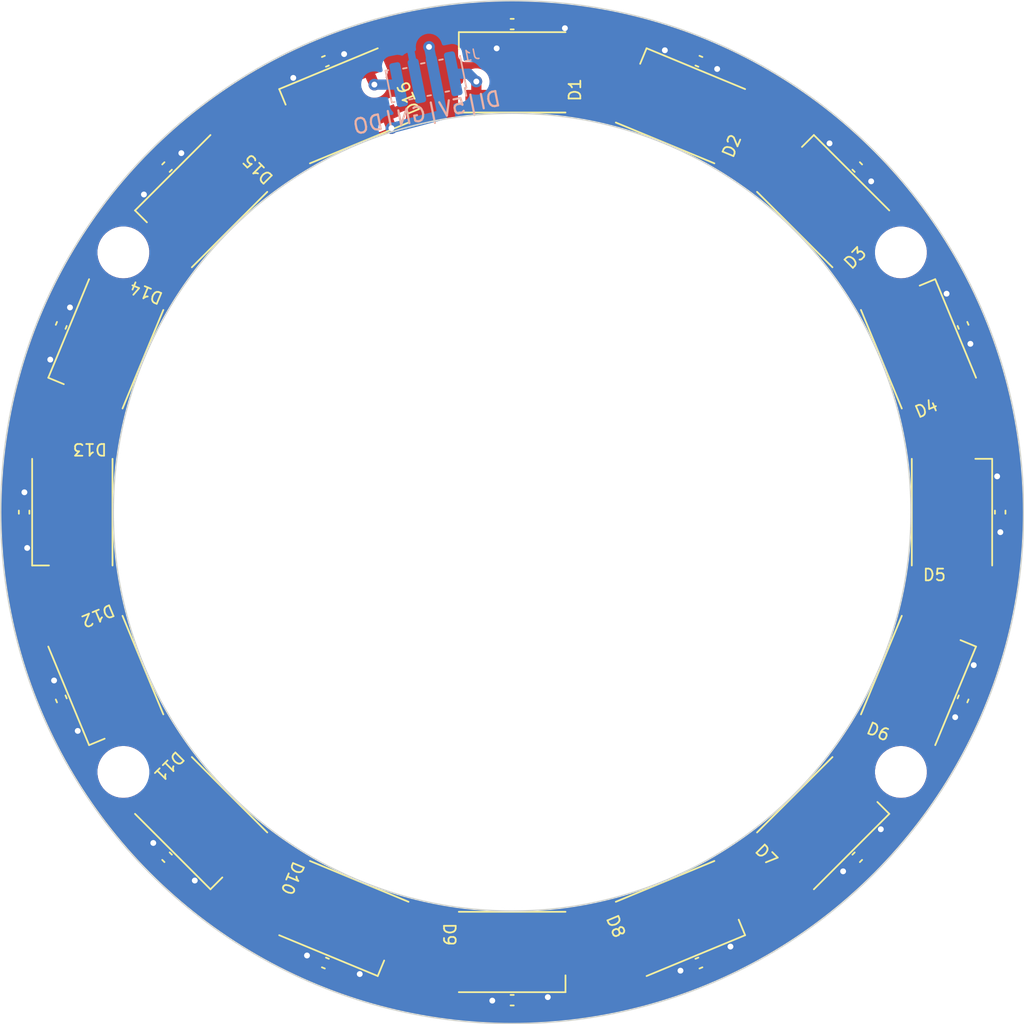
<source format=kicad_pcb>
(kicad_pcb (version 20221018) (generator pcbnew)
  (layers (0 "F.Cu" signal) (31 "B.Cu" signal) (34 "B.Paste" user) (35 "F.Paste" user) (36 "B.SilkS" user "B.Silkscreen") (37 "F.SilkS" user "F.Silkscreen") (38 "B.Mask" user) (39 "F.Mask" user) (44 "Edge.Cuts" user))
  (net 0 "")
  (net 1 "/VCC")
  (net 2 "Net-(D1-DOUT)")
  (net 3 "/GND")
  (net 4 "/DIN")
  (net 5 "Net-(D2-DOUT)")
  (net 6 "Net-(D3-DOUT)")
  (net 7 "Net-(D4-DOUT)")
  (net 8 "Net-(D5-DOUT)")
  (net 9 "Net-(D6-DOUT)")
  (net 10 "Net-(D7-DOUT)")
  (net 11 "Net-(D8-DOUT)")
  (net 12 "Net-(D10-DIN)")
  (net 13 "Net-(D10-DOUT)")
  (net 14 "Net-(D11-DOUT)")
  (net 15 "Net-(D12-DOUT)")
  (net 16 "Net-(D13-DOUT)")
  (net 17 "Net-(D14-DOUT)")
  (net 18 "Net-(D15-DOUT)")
  (net 19 "/DOUT")
  (footprint "LED_ring_16:LED_WS2812B_PLCC4_5.0x5.0mm_P3.2mm" (layer "F.Cu") (at 100 130.1)
    (fp_text reference "D9" (at -4.3 -1.2 -90 unlocked) (layer "F.SilkS") (effects (font (size 0.8 0.8) (thickness 0.12))))
    (fp_text value "WS2812B")
    (fp_line (start -3.65 -2.75) (end 3.65 -2.75) (stroke (width 0.12)) (layer "F.SilkS"))
    (fp_line (start -3.65 2.75) (end 3.65 2.75) (stroke (width 0.12)) (layer "F.SilkS"))
    (fp_line (start 3.65 2.75) (end 3.65 1.6) (stroke (width 0.12)) (layer "F.SilkS"))
    (pad "1" smd rect (at -2.45 -1.65) (size 1.5 0.9) (layers "F.Cu" "F.Paste" "F.Mask") (net 1 "/VCC"))
    (pad "2" smd rect (at -2.45 1.65) (size 1.5 0.9) (layers "F.Cu" "F.Paste" "F.Mask") (net 12 "Net-(D10-DIN)"))
    (pad "3" smd rect (at 2.45 1.65) (size 1.5 0.9) (layers "F.Cu" "F.Paste" "F.Mask") (net 3 "/GND"))
    (pad "4" smd rect (at 2.45 -1.65) (size 1.5 0.9) (layers "F.Cu" "F.Paste" "F.Mask") (net 11 "Net-(D8-DOUT)"))
  )
  (footprint "LED_ring_16:MountingHole_3mm" (layer "F.Cu") (at 73.392972 82.221752 56.25)
    (fp_text reference "H4" hide)
    (fp_text value "MountingHole")
    (pad "" np_thru_hole circle (at 0 0 56.25) (size 3.05 3.05) (drill 3.05) (layers "F&B.Cu" "*.Mask"))
  )
  (footprint "LED_ring_16:LED_WS2812B_PLCC4_5.0x5.0mm_P3.2mm" (layer "F.Cu") (at 121.283914 121.283914 45)
    (fp_text reference "D7" (at -4.3 -1.2 -45 unlocked) (layer "F.SilkS") (effects (font (size 0.8 0.8) (thickness 0.12))))
    (fp_text value "WS2812B")
    (fp_line (start -3.65 -2.75) (end 3.65 -2.75) (stroke (width 0.12)) (layer "F.SilkS"))
    (fp_line (start -3.65 2.75) (end 3.65 2.75) (stroke (width 0.12)) (layer "F.SilkS"))
    (fp_line (start 3.65 2.75) (end 3.65 1.6) (stroke (width 0.12)) (layer "F.SilkS"))
    (pad "1" smd rect (at -2.45 -1.65 45) (size 1.5 0.9) (layers "F.Cu" "F.Paste" "F.Mask") (net 1 "/VCC"))
    (pad "2" smd rect (at -2.45 1.65 45) (size 1.5 0.9) (layers "F.Cu" "F.Paste" "F.Mask") (net 10 "Net-(D7-DOUT)"))
    (pad "3" smd rect (at 2.45 1.65 45) (size 1.5 0.9) (layers "F.Cu" "F.Paste" "F.Mask") (net 3 "/GND"))
    (pad "4" smd rect (at 2.45 -1.65 45) (size 1.5 0.9) (layers "F.Cu" "F.Paste" "F.Mask") (net 9 "Net-(D6-DOUT)"))
  )
  (footprint "LED_ring_16:C_0402_1005Metric" (layer "F.Cu") (at 123.617366 123.617366 -135)
    (fp_text reference "C7" hide)
    (fp_text value "100nF")
    (fp_line (start -0.107836 -0.36) (end 0.107836 -0.36) (stroke (width 0.12)) (layer "F.SilkS"))
    (fp_line (start -0.107836 0.36) (end 0.107836 0.36) (stroke (width 0.12)) (layer "F.SilkS"))
    (pad "1" smd roundrect (at -0.48 0 225) (size 0.56 0.62) (layers "F.Cu" "F.Paste" "F.Mask") (net 1 "/VCC"))
    (pad "2" smd roundrect (at 0.48 0 225) (size 0.56 0.62) (layers "F.Cu" "F.Paste" "F.Mask") (net 3 "/GND"))
  )
  (footprint "LED_ring_16:LED_WS2812B_PLCC4_5.0x5.0mm_P3.2mm" (layer "F.Cu") (at 130.1 100 90)
    (fp_text reference "D5" (at -4.3 -1.2 unlocked) (layer "F.SilkS") (effects (font (size 0.8 0.8) (thickness 0.12))))
    (fp_text value "WS2812B")
    (fp_line (start -3.65 -2.75) (end 3.65 -2.75) (stroke (width 0.12)) (layer "F.SilkS"))
    (fp_line (start -3.65 2.75) (end 3.65 2.75) (stroke (width 0.12)) (layer "F.SilkS"))
    (fp_line (start 3.65 2.75) (end 3.65 1.6) (stroke (width 0.12)) (layer "F.SilkS"))
    (pad "1" smd rect (at -2.45 -1.65 90) (size 1.5 0.9) (layers "F.Cu" "F.Paste" "F.Mask") (net 1 "/VCC"))
    (pad "2" smd rect (at -2.45 1.65 90) (size 1.5 0.9) (layers "F.Cu" "F.Paste" "F.Mask") (net 8 "Net-(D5-DOUT)"))
    (pad "3" smd rect (at 2.45 1.65 90) (size 1.5 0.9) (layers "F.Cu" "F.Paste" "F.Mask") (net 3 "/GND"))
    (pad "4" smd rect (at 2.45 -1.65 90) (size 1.5 0.9) (layers "F.Cu" "F.Paste" "F.Mask") (net 7 "Net-(D4-DOUT)"))
  )
  (footprint "LED_ring_16:C_0402_1005Metric" (layer "F.Cu") (at 76.382633 123.617366 135)
    (fp_text reference "C11" hide)
    (fp_text value "100nF")
    (fp_line (start -0.107836 -0.36) (end 0.107836 -0.36) (stroke (width 0.12)) (layer "F.SilkS"))
    (fp_line (start -0.107836 0.36) (end 0.107836 0.36) (stroke (width 0.12)) (layer "F.SilkS"))
    (pad "1" smd roundrect (at -0.48 0 135) (size 0.56 0.62) (layers "F.Cu" "F.Paste" "F.Mask") (net 1 "/VCC"))
    (pad "2" smd roundrect (at 0.48 0 135) (size 0.56 0.62) (layers "F.Cu" "F.Paste" "F.Mask") (net 3 "/GND"))
  )
  (footprint "LED_ring_16:C_0402_1005Metric" (layer "F.Cu") (at 87.218373 69.142423 22.5)
    (fp_text reference "C16" hide)
    (fp_text value "100nF")
    (fp_line (start -0.107836 -0.36) (end 0.107836 -0.36) (stroke (width 0.12)) (layer "F.SilkS"))
    (fp_line (start -0.107836 0.36) (end 0.107836 0.36) (stroke (width 0.12)) (layer "F.SilkS"))
    (pad "1" smd roundrect (at -0.48 0 22.5) (size 0.56 0.62) (layers "F.Cu" "F.Paste" "F.Mask") (net 1 "/VCC"))
    (pad "2" smd roundrect (at 0.48 0 22.5) (size 0.56 0.62) (layers "F.Cu" "F.Paste" "F.Mask") (net 3 "/GND"))
  )
  (footprint "LED_ring_16:LED_WS2812B_PLCC4_5.0x5.0mm_P3.2mm" (layer "F.Cu") (at 111.518771 72.191226 157.5)
    (fp_text reference "D2" (at -4.3 -1.2 67.5 unlocked) (layer "F.SilkS") (effects (font (size 0.8 0.8) (thickness 0.12))))
    (fp_text value "WS2812B")
    (fp_line (start -3.65 -2.75) (end 3.65 -2.75) (stroke (width 0.12)) (layer "F.SilkS"))
    (fp_line (start -3.65 2.75) (end 3.65 2.75) (stroke (width 0.12)) (layer "F.SilkS"))
    (fp_line (start 3.65 2.75) (end 3.65 1.6) (stroke (width 0.12)) (layer "F.SilkS"))
    (pad "1" smd rect (at -2.45 -1.65 157.5) (size 1.5 0.9) (layers "F.Cu" "F.Paste" "F.Mask") (net 1 "/VCC"))
    (pad "2" smd rect (at -2.45 1.65 157.5) (size 1.5 0.9) (layers "F.Cu" "F.Paste" "F.Mask") (net 5 "Net-(D2-DOUT)"))
    (pad "3" smd rect (at 2.45 1.65 157.5) (size 1.5 0.9) (layers "F.Cu" "F.Paste" "F.Mask") (net 3 "/GND"))
    (pad "4" smd rect (at 2.45 -1.65 157.5) (size 1.5 0.9) (layers "F.Cu" "F.Paste" "F.Mask") (net 2 "Net-(D1-DOUT)"))
  )
  (footprint "LED_ring_16:LED_WS2812B_PLCC4_5.0x5.0mm_P3.2mm" (layer "F.Cu") (at 127.808773 88.481228 112.5)
    (fp_text reference "D4" (at -4.3 -1.2 22.5 unlocked) (layer "F.SilkS") (effects (font (size 0.8 0.8) (thickness 0.12))))
    (fp_text value "WS2812B")
    (fp_line (start -3.65 -2.75) (end 3.65 -2.75) (stroke (width 0.12)) (layer "F.SilkS"))
    (fp_line (start -3.65 2.75) (end 3.65 2.75) (stroke (width 0.12)) (layer "F.SilkS"))
    (fp_line (start 3.65 2.75) (end 3.65 1.6) (stroke (width 0.12)) (layer "F.SilkS"))
    (pad "1" smd rect (at -2.45 -1.65 112.5) (size 1.5 0.9) (layers "F.Cu" "F.Paste" "F.Mask") (net 1 "/VCC"))
    (pad "2" smd rect (at -2.45 1.65 112.5) (size 1.5 0.9) (layers "F.Cu" "F.Paste" "F.Mask") (net 7 "Net-(D4-DOUT)"))
    (pad "3" smd rect (at 2.45 1.65 112.5) (size 1.5 0.9) (layers "F.Cu" "F.Paste" "F.Mask") (net 3 "/GND"))
    (pad "4" smd rect (at 2.45 -1.65 112.5) (size 1.5 0.9) (layers "F.Cu" "F.Paste" "F.Mask") (net 6 "Net-(D3-DOUT)"))
  )
  (footprint "LED_ring_16:C_0402_1005Metric" (layer "F.Cu") (at 123.617366 76.382633 -45)
    (fp_text reference "C3" hide)
    (fp_text value "100nF")
    (fp_line (start -0.107836 -0.36) (end 0.107836 -0.36) (stroke (width 0.12)) (layer "F.SilkS"))
    (fp_line (start -0.107836 0.36) (end 0.107836 0.36) (stroke (width 0.12)) (layer "F.SilkS"))
    (pad "1" smd roundrect (at -0.48 0 315) (size 0.56 0.62) (layers "F.Cu" "F.Paste" "F.Mask") (net 1 "/VCC"))
    (pad "2" smd roundrect (at 0.48 0 315) (size 0.56 0.62) (layers "F.Cu" "F.Paste" "F.Mask") (net 3 "/GND"))
  )
  (footprint "LED_ring_16:LED_WS2812B_PLCC4_5.0x5.0mm_P3.2mm" (layer "F.Cu") (at 121.283914 78.716085 135)
    (fp_text reference "D3" (at -4.3 -1.2 45 unlocked) (layer "F.SilkS") (effects (font (size 0.8 0.8) (thickness 0.12))))
    (fp_text value "WS2812B")
    (fp_line (start -3.65 -2.75) (end 3.65 -2.75) (stroke (width 0.12)) (layer "F.SilkS"))
    (fp_line (start -3.65 2.75) (end 3.65 2.75) (stroke (width 0.12)) (layer "F.SilkS"))
    (fp_line (start 3.65 2.75) (end 3.65 1.6) (stroke (width 0.12)) (layer "F.SilkS"))
    (pad "1" smd rect (at -2.45 -1.65 135) (size 1.5 0.9) (layers "F.Cu" "F.Paste" "F.Mask") (net 1 "/VCC"))
    (pad "2" smd rect (at -2.45 1.65 135) (size 1.5 0.9) (layers "F.Cu" "F.Paste" "F.Mask") (net 6 "Net-(D3-DOUT)"))
    (pad "3" smd rect (at 2.45 1.65 135) (size 1.5 0.9) (layers "F.Cu" "F.Paste" "F.Mask") (net 3 "/GND"))
    (pad "4" smd rect (at 2.45 -1.65 135) (size 1.5 0.9) (layers "F.Cu" "F.Paste" "F.Mask") (net 5 "Net-(D2-DOUT)"))
  )
  (footprint "LED_ring_16:LED_WS2812B_PLCC4_5.0x5.0mm_P3.2mm" (layer "F.Cu") (at 100 69.9 180)
    (fp_text reference "D1" (at -4.3 -1.2 90 unlocked) (layer "F.SilkS") (effects (font (size 0.8 0.8) (thickness 0.12))))
    (fp_text value "WS2812B")
    (fp_line (start -3.65 -2.75) (end 3.65 -2.75) (stroke (width 0.12)) (layer "F.SilkS"))
    (fp_line (start -3.65 2.75) (end 3.65 2.75) (stroke (width 0.12)) (layer "F.SilkS"))
    (fp_line (start 3.65 2.75) (end 3.65 1.6) (stroke (width 0.12)) (layer "F.SilkS"))
    (pad "1" smd rect (at -2.45 -1.65 180) (size 1.5 0.9) (layers "F.Cu" "F.Paste" "F.Mask") (net 1 "/VCC"))
    (pad "2" smd rect (at -2.45 1.65 180) (size 1.5 0.9) (layers "F.Cu" "F.Paste" "F.Mask") (net 2 "Net-(D1-DOUT)"))
    (pad "3" smd rect (at 2.45 1.65 180) (size 1.5 0.9) (layers "F.Cu" "F.Paste" "F.Mask") (net 3 "/GND"))
    (pad "4" smd rect (at 2.45 -1.65 180) (size 1.5 0.9) (layers "F.Cu" "F.Paste" "F.Mask") (net 4 "/DIN"))
  )
  (footprint "LED_ring_16:LED_WS2812B_PLCC4_5.0x5.0mm_P3.2mm" (layer "F.Cu") (at 127.808773 111.518771 67.5)
    (fp_text reference "D6" (at -4.3 -1.2 -22.5 unlocked) (layer "F.SilkS") (effects (font (size 0.8 0.8) (thickness 0.12))))
    (fp_text value "WS2812B")
    (fp_line (start -3.65 -2.75) (end 3.65 -2.75) (stroke (width 0.12)) (layer "F.SilkS"))
    (fp_line (start -3.65 2.75) (end 3.65 2.75) (stroke (width 0.12)) (layer "F.SilkS"))
    (fp_line (start 3.65 2.75) (end 3.65 1.6) (stroke (width 0.12)) (layer "F.SilkS"))
    (pad "1" smd rect (at -2.45 -1.65 67.5) (size 1.5 0.9) (layers "F.Cu" "F.Paste" "F.Mask") (net 1 "/VCC"))
    (pad "2" smd rect (at -2.45 1.65 67.5) (size 1.5 0.9) (layers "F.Cu" "F.Paste" "F.Mask") (net 9 "Net-(D6-DOUT)"))
    (pad "3" smd rect (at 2.45 1.65 67.5) (size 1.5 0.9) (layers "F.Cu" "F.Paste" "F.Mask") (net 3 "/GND"))
    (pad "4" smd rect (at 2.45 -1.65 67.5) (size 1.5 0.9) (layers "F.Cu" "F.Paste" "F.Mask") (net 8 "Net-(D5-DOUT)"))
  )
  (footprint "LED_ring_16:C_0402_1005Metric" (layer "F.Cu") (at 100 133.4 180)
    (fp_text reference "C9" hide)
    (fp_text value "100nF")
    (fp_line (start -0.107836 -0.36) (end 0.107836 -0.36) (stroke (width 0.12)) (layer "F.SilkS"))
    (fp_line (start -0.107836 0.36) (end 0.107836 0.36) (stroke (width 0.12)) (layer "F.SilkS"))
    (pad "1" smd roundrect (at -0.48 0 180) (size 0.56 0.62) (layers "F.Cu" "F.Paste" "F.Mask") (net 1 "/VCC"))
    (pad "2" smd roundrect (at 0.48 0 180) (size 0.56 0.62) (layers "F.Cu" "F.Paste" "F.Mask") (net 3 "/GND"))
  )
  (footprint "LED_ring_16:MountingHole_3mm" (layer "F.Cu") (at 73.392971 117.778247 123.75)
    (fp_text reference "H3" hide)
    (fp_text value "MountingHole")
    (pad "" np_thru_hole circle (at 0 0 123.75) (size 3.05 3.05) (drill 3.05) (layers "F&B.Cu" "*.Mask"))
  )
  (footprint "LED_ring_16:LED_WS2812B_PLCC4_5.0x5.0mm_P3.2mm" (layer "F.Cu") (at 88.481228 127.808773 -22.5)
    (fp_text reference "D10" (at -4.3 -1.2 -112.5 unlocked) (layer "F.SilkS") (effects (font (size 0.8 0.8) (thickness 0.12))))
    (fp_text value "WS2812B")
    (fp_line (start -3.65 -2.75) (end 3.65 -2.75) (stroke (width 0.12)) (layer "F.SilkS"))
    (fp_line (start -3.65 2.75) (end 3.65 2.75) (stroke (width 0.12)) (layer "F.SilkS"))
    (fp_line (start 3.65 2.75) (end 3.65 1.6) (stroke (width 0.12)) (layer "F.SilkS"))
    (pad "1" smd rect (at -2.45 -1.65 337.5) (size 1.5 0.9) (layers "F.Cu" "F.Paste" "F.Mask") (net 1 "/VCC"))
    (pad "2" smd rect (at -2.45 1.65 337.5) (size 1.5 0.9) (layers "F.Cu" "F.Paste" "F.Mask") (net 13 "Net-(D10-DOUT)"))
    (pad "3" smd rect (at 2.45 1.65 337.5) (size 1.5 0.9) (layers "F.Cu" "F.Paste" "F.Mask") (net 3 "/GND"))
    (pad "4" smd rect (at 2.45 -1.65 337.5) (size 1.5 0.9) (layers "F.Cu" "F.Paste" "F.Mask") (net 12 "Net-(D10-DIN)"))
  )
  (footprint "LED_ring_16:C_0402_1005Metric" (layer "F.Cu") (at 66.6 100 90)
    (fp_text reference "C13" hide)
    (fp_text value "100nF")
    (fp_line (start -0.107836 -0.36) (end 0.107836 -0.36) (stroke (width 0.12)) (layer "F.SilkS"))
    (fp_line (start -0.107836 0.36) (end 0.107836 0.36) (stroke (width 0.12)) (layer "F.SilkS"))
    (pad "1" smd roundrect (at -0.48 0 90) (size 0.56 0.62) (layers "F.Cu" "F.Paste" "F.Mask") (net 1 "/VCC"))
    (pad "2" smd roundrect (at 0.48 0 90) (size 0.56 0.62) (layers "F.Cu" "F.Paste" "F.Mask") (net 3 "/GND"))
  )
  (footprint "LED_ring_16:LED_WS2812B_PLCC4_5.0x5.0mm_P3.2mm" (layer "F.Cu") (at 78.716085 78.716085 -135)
    (fp_text reference "D15" (at -4.3 -1.2 -225 unlocked) (layer "F.SilkS") (effects (font (size 0.8 0.8) (thickness 0.12))))
    (fp_text value "WS2812B")
    (fp_line (start -3.65 -2.75) (end 3.65 -2.75) (stroke (width 0.12)) (layer "F.SilkS"))
    (fp_line (start -3.65 2.75) (end 3.65 2.75) (stroke (width 0.12)) (layer "F.SilkS"))
    (fp_line (start 3.65 2.75) (end 3.65 1.6) (stroke (width 0.12)) (layer "F.SilkS"))
    (pad "1" smd rect (at -2.45 -1.65 225) (size 1.5 0.9) (layers "F.Cu" "F.Paste" "F.Mask") (net 1 "/VCC"))
    (pad "2" smd rect (at -2.45 1.65 225) (size 1.5 0.9) (layers "F.Cu" "F.Paste" "F.Mask") (net 18 "Net-(D15-DOUT)"))
    (pad "3" smd rect (at 2.45 1.65 225) (size 1.5 0.9) (layers "F.Cu" "F.Paste" "F.Mask") (net 3 "/GND"))
    (pad "4" smd rect (at 2.45 -1.65 225) (size 1.5 0.9) (layers "F.Cu" "F.Paste" "F.Mask") (net 17 "Net-(D14-DOUT)"))
  )
  (footprint "LED_ring_16:C_0402_1005Metric" (layer "F.Cu") (at 133.4 100 -90)
    (fp_text reference "C5" hide)
    (fp_text value "100nF")
    (fp_line (start -0.107836 -0.36) (end 0.107836 -0.36) (stroke (width 0.12)) (layer "F.SilkS"))
    (fp_line (start -0.107836 0.36) (end 0.107836 0.36) (stroke (width 0.12)) (layer "F.SilkS"))
    (pad "1" smd roundrect (at -0.48 0 270) (size 0.56 0.62) (layers "F.Cu" "F.Paste" "F.Mask") (net 1 "/VCC"))
    (pad "2" smd roundrect (at 0.48 0 270) (size 0.56 0.62) (layers "F.Cu" "F.Paste" "F.Mask") (net 3 "/GND"))
  )
  (footprint "LED_ring_16:C_0402_1005Metric" (layer "F.Cu") (at 76.382633 76.382633 45)
    (fp_text reference "C15" hide)
    (fp_text value "100nF")
    (fp_line (start -0.107836 -0.36) (end 0.107836 -0.36) (stroke (width 0.12)) (layer "F.SilkS"))
    (fp_line (start -0.107836 0.36) (end 0.107836 0.36) (stroke (width 0.12)) (layer "F.SilkS"))
    (pad "1" smd roundrect (at -0.48 0 45) (size 0.56 0.62) (layers "F.Cu" "F.Paste" "F.Mask") (net 1 "/VCC"))
    (pad "2" smd roundrect (at 0.48 0 45) (size 0.56 0.62) (layers "F.Cu" "F.Paste" "F.Mask") (net 3 "/GND"))
  )
  (footprint "LED_ring_16:LED_WS2812B_PLCC4_5.0x5.0mm_P3.2mm" (layer "F.Cu") (at 72.191226 111.518771 -67.5)
    (fp_text reference "D12" (at -4.3 -1.2 -157.5 unlocked) (layer "F.SilkS") (effects (font (size 0.8 0.8) (thickness 0.12))))
    (fp_text value "WS2812B")
    (fp_line (start -3.65 -2.75) (end 3.65 -2.75) (stroke (width 0.12)) (layer "F.SilkS"))
    (fp_line (start -3.65 2.75) (end 3.65 2.75) (stroke (width 0.12)) (layer "F.SilkS"))
    (fp_line (start 3.65 2.75) (end 3.65 1.6) (stroke (width 0.12)) (layer "F.SilkS"))
    (pad "1" smd rect (at -2.45 -1.65 292.5) (size 1.5 0.9) (layers "F.Cu" "F.Paste" "F.Mask") (net 1 "/VCC"))
    (pad "2" smd rect (at -2.45 1.65 292.5) (size 1.5 0.9) (layers "F.Cu" "F.Paste" "F.Mask") (net 15 "Net-(D12-DOUT)"))
    (pad "3" smd rect (at 2.45 1.65 292.5) (size 1.5 0.9) (layers "F.Cu" "F.Paste" "F.Mask") (net 3 "/GND"))
    (pad "4" smd rect (at 2.45 -1.65 292.5) (size 1.5 0.9) (layers "F.Cu" "F.Paste" "F.Mask") (net 14 "Net-(D11-DOUT)"))
  )
  (footprint "LED_ring_16:LED_WS2812B_PLCC4_5.0x5.0mm_P3.2mm" (layer "F.Cu") (at 88.481228 72.191226 -157.5)
    (fp_text reference "D16" (at -4.3 -1.2 -247.5 unlocked) (layer "F.SilkS") (effects (font (size 0.8 0.8) (thickness 0.12))))
    (fp_text value "WS2812B")
    (fp_line (start -3.65 -2.75) (end 3.65 -2.75) (stroke (width 0.12)) (layer "F.SilkS"))
    (fp_line (start -3.65 2.75) (end 3.65 2.75) (stroke (width 0.12)) (layer "F.SilkS"))
    (fp_line (start 3.65 2.75) (end 3.65 1.6) (stroke (width 0.12)) (layer "F.SilkS"))
    (pad "1" smd rect (at -2.45 -1.65 202.5) (size 1.5 0.9) (layers "F.Cu" "F.Paste" "F.Mask") (net 1 "/VCC"))
    (pad "2" smd rect (at -2.45 1.65 202.5) (size 1.5 0.9) (layers "F.Cu" "F.Paste" "F.Mask") (net 19 "/DOUT"))
    (pad "3" smd rect (at 2.45 1.65 202.5) (size 1.5 0.9) (layers "F.Cu" "F.Paste" "F.Mask") (net 3 "/GND"))
    (pad "4" smd rect (at 2.45 -1.65 202.5) (size 1.5 0.9) (layers "F.Cu" "F.Paste" "F.Mask") (net 18 "Net-(D15-DOUT)"))
  )
  (footprint "LED_ring_16:C_0402_1005Metric" (layer "F.Cu") (at 130.857576 112.781626 -112.5)
    (fp_text reference "C6" hide)
    (fp_text value "100nF")
    (fp_line (start -0.107836 -0.36) (end 0.107836 -0.36) (stroke (width 0.12)) (layer "F.SilkS"))
    (fp_line (start -0.107836 0.36) (end 0.107836 0.36) (stroke (width 0.12)) (layer "F.SilkS"))
    (pad "1" smd roundrect (at -0.48 0 247.5) (size 0.56 0.62) (layers "F.Cu" "F.Paste" "F.Mask") (net 1 "/VCC"))
    (pad "2" smd roundrect (at 0.48 0 247.5) (size 0.56 0.62) (layers "F.Cu" "F.Paste" "F.Mask") (net 3 "/GND"))
  )
  (footprint "LED_ring_16:C_0402_1005Metric" (layer "F.Cu") (at 69.142423 87.218373 67.5)
    (fp_text reference "C14" hide)
    (fp_text value "100nF")
    (fp_line (start -0.107836 -0.36) (end 0.107836 -0.36) (stroke (width 0.12)) (layer "F.SilkS"))
    (fp_line (start -0.107836 0.36) (end 0.107836 0.36) (stroke (width 0.12)) (layer "F.SilkS"))
    (pad "1" smd roundrect (at -0.48 0 67.5) (size 0.56 0.62) (layers "F.Cu" "F.Paste" "F.Mask") (net 1 "/VCC"))
    (pad "2" smd roundrect (at 0.48 0 67.5) (size 0.56 0.62) (layers "F.Cu" "F.Paste" "F.Mask") (net 3 "/GND"))
  )
  (footprint "LED_ring_16:C_0402_1005Metric" (layer "F.Cu") (at 130.857576 87.218373 -67.5)
    (fp_text reference "C4" hide)
    (fp_text value "100nF")
    (fp_line (start -0.107836 -0.36) (end 0.107836 -0.36) (stroke (width 0.12)) (layer "F.SilkS"))
    (fp_line (start -0.107836 0.36) (end 0.107836 0.36) (stroke (width 0.12)) (layer "F.SilkS"))
    (pad "1" smd roundrect (at -0.48 0 292.5) (size 0.56 0.62) (layers "F.Cu" "F.Paste" "F.Mask") (net 1 "/VCC"))
    (pad "2" smd roundrect (at 0.48 0 292.5) (size 0.56 0.62) (layers "F.Cu" "F.Paste" "F.Mask") (net 3 "/GND"))
  )
  (footprint "LED_ring_16:LED_WS2812B_PLCC4_5.0x5.0mm_P3.2mm" (layer "F.Cu") (at 111.518771 127.808773 22.5)
    (fp_text reference "D8" (at -4.3 -1.2 -67.5 unlocked) (layer "F.SilkS") (effects (font (size 0.8 0.8) (thickness 0.12))))
    (fp_text value "WS2812B")
    (fp_line (start -3.65 -2.75) (end 3.65 -2.75) (stroke (width 0.12)) (layer "F.SilkS"))
    (fp_line (start -3.65 2.75) (end 3.65 2.75) (stroke (width 0.12)) (layer "F.SilkS"))
    (fp_line (start 3.65 2.75) (end 3.65 1.6) (stroke (width 0.12)) (layer "F.SilkS"))
    (pad "1" smd rect (at -2.45 -1.65 22.5) (size 1.5 0.9) (layers "F.Cu" "F.Paste" "F.Mask") (net 1 "/VCC"))
    (pad "2" smd rect (at -2.45 1.65 22.5) (size 1.5 0.9) (layers "F.Cu" "F.Paste" "F.Mask") (net 11 "Net-(D8-DOUT)"))
    (pad "3" smd rect (at 2.45 1.65 22.5) (size 1.5 0.9) (layers "F.Cu" "F.Paste" "F.Mask") (net 3 "/GND"))
    (pad "4" smd rect (at 2.45 -1.65 22.5) (size 1.5 0.9) (layers "F.Cu" "F.Paste" "F.Mask") (net 10 "Net-(D7-DOUT)"))
  )
  (footprint "LED_ring_16:MountingHole_3mm" (layer "F.Cu") (at 126.607029 82.221753 -56.25)
    (fp_text reference "H1" hide)
    (fp_text value "MountingHole")
    (pad "" np_thru_hole circle (at 0 0 303.75) (size 3.05 3.05) (drill 3.05) (layers "F&B.Cu" "*.Mask"))
  )
  (footprint "LED_ring_16:MountingHole_3mm" (layer "F.Cu") (at 126.607028 117.778248 -123.75)
    (fp_text reference "H2" hide)
    (fp_text value "MountingHole")
    (pad "" np_thru_hole circle (at 0 0 236.25) (size 3.05 3.05) (drill 3.05) (layers "F&B.Cu" "*.Mask"))
  )
  (footprint "LED_ring_16:LED_WS2812B_PLCC4_5.0x5.0mm_P3.2mm" (layer "F.Cu") (at 78.716085 121.283914 -45)
    (fp_text reference "D11" (at -4.3 -1.2 -135 unlocked) (layer "F.SilkS") (effects (font (size 0.8 0.8) (thickness 0.12))))
    (fp_text value "WS2812B")
    (fp_line (start -3.65 -2.75) (end 3.65 -2.75) (stroke (width 0.12)) (layer "F.SilkS"))
    (fp_line (start -3.65 2.75) (end 3.65 2.75) (stroke (width 0.12)) (layer "F.SilkS"))
    (fp_line (start 3.65 2.75) (end 3.65 1.6) (stroke (width 0.12)) (layer "F.SilkS"))
    (pad "1" smd rect (at -2.45 -1.65 315) (size 1.5 0.9) (layers "F.Cu" "F.Paste" "F.Mask") (net 1 "/VCC"))
    (pad "2" smd rect (at -2.45 1.65 315) (size 1.5 0.9) (layers "F.Cu" "F.Paste" "F.Mask") (net 14 "Net-(D11-DOUT)"))
    (pad "3" smd rect (at 2.45 1.65 315) (size 1.5 0.9) (layers "F.Cu" "F.Paste" "F.Mask") (net 3 "/GND"))
    (pad "4" smd rect (at 2.45 -1.65 315) (size 1.5 0.9) (layers "F.Cu" "F.Paste" "F.Mask") (net 13 "Net-(D10-DOUT)"))
  )
  (footprint "LED_ring_16:C_0402_1005Metric" (layer "F.Cu") (at 112.781626 69.142423 -22.5)
    (fp_text reference "C2" hide)
    (fp_text value "100nF")
    (fp_line (start -0.107836 -0.36) (end 0.107836 -0.36) (stroke (width 0.12)) (layer "F.SilkS"))
    (fp_line (start -0.107836 0.36) (end 0.107836 0.36) (stroke (width 0.12)) (layer "F.SilkS"))
    (pad "1" smd roundrect (at -0.48 0 337.5) (size 0.56 0.62) (layers "F.Cu" "F.Paste" "F.Mask") (net 1 "/VCC"))
    (pad "2" smd roundrect (at 0.48 0 337.5) (size 0.56 0.62) (layers "F.Cu" "F.Paste" "F.Mask") (net 3 "/GND"))
  )
  (footprint "LED_ring_16:LED_WS2812B_PLCC4_5.0x5.0mm_P3.2mm" (layer "F.Cu") (at 72.191226 88.481228 -112.5)
    (fp_text reference "D14" (at -4.3 -1.2 -202.5 unlocked) (layer "F.SilkS") (effects (font (size 0.8 0.8) (thickness 0.12))))
    (fp_text value "WS2812B")
    (fp_line (start -3.65 -2.75) (end 3.65 -2.75) (stroke (width 0.12)) (layer "F.SilkS"))
    (fp_line (start -3.65 2.75) (end 3.65 2.75) (stroke (width 0.12)) (layer "F.SilkS"))
    (fp_line (start 3.65 2.75) (end 3.65 1.6) (stroke (width 0.12)) (layer "F.SilkS"))
    (pad "1" smd rect (at -2.45 -1.65 247.5) (size 1.5 0.9) (layers "F.Cu" "F.Paste" "F.Mask") (net 1 "/VCC"))
    (pad "2" smd rect (at -2.45 1.65 247.5) (size 1.5 0.9) (layers "F.Cu" "F.Paste" "F.Mask") (net 17 "Net-(D14-DOUT)"))
    (pad "3" smd rect (at 2.45 1.65 247.5) (size 1.5 0.9) (layers "F.Cu" "F.Paste" "F.Mask") (net 3 "/GND"))
    (pad "4" smd rect (at 2.45 -1.65 247.5) (size 1.5 0.9) (layers "F.Cu" "F.Paste" "F.Mask") (net 16 "Net-(D13-DOUT)"))
  )
  (footprint "LED_ring_16:LED_WS2812B_PLCC4_5.0x5.0mm_P3.2mm" (layer "F.Cu") (at 69.9 100 -90)
    (fp_text reference "D13" (at -4.3 -1.2 -180 unlocked) (layer "F.SilkS") (effects (font (size 0.8 0.8) (thickness 0.12))))
    (fp_text value "WS2812B")
    (fp_line (start -3.65 -2.75) (end 3.65 -2.75) (stroke (width 0.12)) (layer "F.SilkS"))
    (fp_line (start -3.65 2.75) (end 3.65 2.75) (stroke (width 0.12)) (layer "F.SilkS"))
    (fp_line (start 3.65 2.75) (end 3.65 1.6) (stroke (width 0.12)) (layer "F.SilkS"))
    (pad "1" smd rect (at -2.45 -1.65 270) (size 1.5 0.9) (layers "F.Cu" "F.Paste" "F.Mask") (net 1 "/VCC"))
    (pad "2" smd rect (at -2.45 1.65 270) (size 1.5 0.9) (layers "F.Cu" "F.Paste" "F.Mask") (net 16 "Net-(D13-DOUT)"))
    (pad "3" smd rect (at 2.45 1.65 270) (size 1.5 0.9) (layers "F.Cu" "F.Paste" "F.Mask") (net 3 "/GND"))
    (pad "4" smd rect (at 2.45 -1.65 270) (size 1.5 0.9) (layers "F.Cu" "F.Paste" "F.Mask") (net 15 "Net-(D12-DOUT)"))
  )
  (footprint "LED_ring_16:C_0402_1005Metric" (layer "F.Cu") (at 87.218373 130.857576 157.5)
    (fp_text reference "C10" hide)
    (fp_text value "100nF")
    (fp_line (start -0.107836 -0.36) (end 0.107836 -0.36) (stroke (width 0.12)) (layer "F.SilkS"))
    (fp_line (start -0.107836 0.36) (end 0.107836 0.36) (stroke (width 0.12)) (layer "F.SilkS"))
    (pad "1" smd roundrect (at -0.48 0 157.5) (size 0.56 0.62) (layers "F.Cu" "F.Paste" "F.Mask") (net 1 "/VCC"))
    (pad "2" smd roundrect (at 0.48 0 157.5) (size 0.56 0.62) (layers "F.Cu" "F.Paste" "F.Mask") (net 3 "/GND"))
  )
  (footprint "LED_ring_16:C_0402_1005Metric" (layer "F.Cu") (at 112.781626 130.857576 -157.5)
    (fp_text reference "C8" hide)
    (fp_text value "100nF")
    (fp_line (start -0.107836 -0.36) (end 0.107836 -0.36) (stroke (width 0.12)) (layer "F.SilkS"))
    (fp_line (start -0.107836 0.36) (end 0.107836 0.36) (stroke (width 0.12)) (layer "F.SilkS"))
    (pad "1" smd roundrect (at -0.48 0 202.5) (size 0.56 0.62) (layers "F.Cu" "F.Paste" "F.Mask") (net 1 "/VCC"))
    (pad "2" smd roundrect (at 0.48 0 202.5) (size 0.56 0.62) (layers "F.Cu" "F.Paste" "F.Mask") (net 3 "/GND"))
  )
  (footprint "LED_ring_16:C_0402_1005Metric" (layer "F.Cu") (at 69.142423 112.781626 112.5)
    (fp_text reference "C12" hide)
    (fp_text value "100nF")
    (fp_line (start -0.107836 -0.36) (end 0.107836 -0.36) (stroke (width 0.12)) (layer "F.SilkS"))
    (fp_line (start -0.107836 0.36) (end 0.107836 0.36) (stroke (width 0.12)) (layer "F.SilkS"))
    (pad "1" smd roundrect (at -0.48 0 112.5) (size 0.56 0.62) (layers "F.Cu" "F.Paste" "F.Mask") (net 1 "/VCC"))
    (pad "2" smd roundrect (at 0.48 0 112.5) (size 0.56 0.62) (layers "F.Cu" "F.Paste" "F.Mask") (net 3 "/GND"))
  )
  (footprint "LED_ring_16:C_0402_1005Metric" (layer "F.Cu") (at 100 66.6)
    (fp_text reference "C1" hide)
    (fp_text value "100nF")
    (fp_line (start -0.107836 -0.36) (end 0.107836 -0.36) (stroke (width 0.12)) (layer "F.SilkS"))
    (fp_line (start -0.107836 0.36) (end 0.107836 0.36) (stroke (width 0.12)) (layer "F.SilkS"))
    (pad "1" smd roundrect (at -0.48 0) (size 0.56 0.62) (layers "F.Cu" "F.Paste" "F.Mask") (net 1 "/VCC"))
    (pad "2" smd roundrect (at 0.48 0) (size 0.56 0.62) (layers "F.Cu" "F.Paste" "F.Mask") (net 3 "/GND"))
  )
  (footprint "LED_ring_16:PinHeader_1x04_P1.27mm_Vertical_SMD_Pin1Left" (layer "B.Cu") (at 94.1 70.37 101.25)
    (fp_text reference "J1" (at 1.01 3.34 11.25) (layer "B.SilkS") (effects (font (size 0.7 0.7) (thickness 0.1)) (justify mirror)))
    (fp_text value "IN")
    (fp_text user "DI|5V|GN|DO" (at -2.267512 -0.389861 11.25 unlocked) (layer "B.SilkS") (effects (justify mirror)))
    (fp_line (start -1.143 -1.143) (end -1.143 -1.397) (stroke (width 0.12)) (layer "B.SilkS"))
    (fp_line (start -1.143 0.127) (end -1.143 -0.127) (stroke (width 0.12)) (layer "B.SilkS"))
    (fp_line (start -1.11 -2.6) (end 1.11 -2.6) (stroke (width 0.12)) (layer "B.SilkS"))
    (fp_line (start -1.11 -2.413) (end -1.11 -2.59) (stroke (width 0.12)) (layer "B.SilkS"))
    (fp_line (start -1.11 1.397) (end -1.11 1.143) (stroke (width 0.12)) (layer "B.SilkS"))
    (fp_line (start -1.11 2.49) (end -1.651 2.49) (stroke (width 0.12)) (layer "B.SilkS"))
    (fp_line (start -1.11 2.6) (end -1.11 2.49) (stroke (width 0.12)) (layer "B.SilkS"))
    (fp_line (start -1.11 2.6) (end 1.11 2.6) (stroke (width 0.12)) (layer "B.SilkS"))
    (fp_line (start 1.016 -1.143) (end 1.016 -1.397) (stroke (width 0.12)) (layer "B.SilkS"))
    (fp_line (start 1.11 -2.413) (end 1.11 -2.6) (stroke (width 0.12)) (layer "B.SilkS"))
    (fp_line (start 1.11 0.127) (end 1.11 -0.127) (stroke (width 0.12)) (layer "B.SilkS"))
    (fp_line (start 1.11 1.397) (end 1.11 1.143) (stroke (width 0.12)) (layer "B.SilkS"))
    (pad "1" smd roundrect (at 0 1.905 281.25) (size 3.048 0.762) (layers "B.Cu" "B.Paste" "B.Mask") (net 4 "/DIN"))
    (pad "2" smd roundrect (at 0 0.635 281.25) (size 3.048 0.762) (layers "B.Cu" "B.Paste" "B.Mask") (net 1 "/VCC"))
    (pad "3" smd roundrect (at 0 -0.635 281.25) (size 3.048 0.762) (layers "B.Cu" "B.Paste" "B.Mask") (net 3 "/GND"))
    (pad "4" smd roundrect (at 0 -1.905 281.25) (size 3.048 0.762) (layers "B.Cu" "B.Paste" "B.Mask") (net 19 "/DOUT"))
  )
  (gr_circle (center 100 100) (end 127.3 100) (stroke (width 0.1)) (fill none) (layer "Edge.Cuts"))
  (gr_circle (center 100 100) (end 135 100) (stroke (width 0.1)) (fill none) (layer "Edge.Cuts"))
  (segment (start 94.31 67.16) (end 98.41 66.6) (width 0.7) (layer "F.Cu") (net 1))
  (segment (start 98.41 66.6) (end 99.52 66.6) (width 0.7) (layer "F.Cu") (net 1))
  (segment (start 91.74 73.72) (end 91.376161 72.778053) (width 0.7) (layer "F.Cu") (net 1))
  (segment (start 94.31 68.16) (end 94.31 67.16) (width 0.7) (layer "F.Cu") (net 1))
  (via (at 94.31 68.16) (size 0.8) (drill 0.4) (layers "F.Cu" "B.Cu") (net 1))
  (via (at 91.74 73.72) (size 0.8) (drill 0.4) (layers "F.Cu" "B.Cu") (net 1))
  (segment (start 94.722799 70.246118) (end 95.23 72.8) (width 0.7) (layer "B.Cu") (net 1))
  (segment (start 95.23 72.8) (end 91.74 73.72) (width 0.7) (layer "B.Cu") (net 1))
  (segment (start 94.722799 70.246118) (end 94.31 68.16) (width 0.7) (layer "B.Cu") (net 1))
  (segment (start 104.095785 68.25) (end 108.623838 72.778053) (width 0.25) (layer "F.Cu") (net 2))
  (segment (start 102.45 68.25) (end 104.095785 68.25) (width 0.25) (layer "F.Cu") (net 2))
  (segment (start 76.043222 123.277955) (end 75.44 122.64) (width 0.7) (layer "F.Cu") (net 3))
  (segment (start 114.413704 128.3956) (end 114.94 129.73) (width 0.7) (layer "F.Cu") (net 3))
  (segment (start 75.816947 79.28177) (end 74.8 78.26) (width 0.7) (layer "F.Cu") (net 3))
  (segment (start 79.28177 124.183052) (end 78.28 125.21) (width 0.7) (layer "F.Cu") (net 3))
  (segment (start 113.225088 69.326111) (end 114.03 69.67) (width 0.7) (layer "F.Cu") (net 3))
  (segment (start 76.722044 76.043222) (end 77.36 75.43) (width 0.7) (layer "F.Cu") (net 3))
  (segment (start 88.5 68.65) (end 87.661835 68.958735) (width 0.7) (layer "F.Cu") (net 3))
  (segment (start 133.4 100.48) (end 133.41 101.37) (width 0.7) (layer "F.Cu") (net 3))
  (segment (start 131.041264 87.661835) (end 131.36 88.48) (width 0.7) (layer "F.Cu") (net 3))
  (segment (start 124.183052 120.718229) (end 125.23 121.7) (width 0.7) (layer "F.Cu") (net 3))
  (segment (start 112.338164 131.041264) (end 111.52 131.38) (width 0.7) (layer "F.Cu") (net 3))
  (segment (start 100.76 66.88) (end 103.61 66.88) (width 0.7) (layer "F.Cu") (net 3))
  (segment (start 86.774911 130.673888) (end 85.96 130.34) (width 0.7) (layer "F.Cu") (net 3))
  (segment (start 69.72925 90.113305) (end 68.39 89.56) (width 0.7) (layer "F.Cu") (net 3))
  (segment (start 90.113305 130.270749) (end 89.57 131.61) (width 0.7) (layer "F.Cu") (net 3))
  (segment (start 131.75 97.55) (end 133.19 97.55) (width 0.7) (layer "F.Cu") (net 3))
  (segment (start 109.886694 69.72925) (end 110.45 68.39) (width 0.7) (layer "F.Cu") (net 3))
  (segment (start 68.25 102.45) (end 66.81 102.45) (width 0.7) (layer "F.Cu") (net 3))
  (segment (start 66.6 99.52) (end 66.62 98.64) (width 0.7) (layer "F.Cu") (net 3))
  (segment (start 102.45 131.75) (end 102.44 133.19) (width 0.7) (layer "F.Cu") (net 3))
  (segment (start 100.48 66.6) (end 100.76 66.88) (width 0.7) (layer "F.Cu") (net 3))
  (segment (start 130.270749 109.886694) (end 131.59 110.47) (width 0.7) (layer "F.Cu") (net 3))
  (segment (start 123.956777 76.722044) (end 124.57 77.36) (width 0.7) (layer "F.Cu") (net 3))
  (segment (start 97.55 68.25) (end 98.94 68.26) (width 0.7) (layer "F.Cu") (net 3))
  (segment (start 69.326111 86.774911) (end 69.74 85.99) (width 0.7) (layer "F.Cu") (net 3))
  (segment (start 130.673888 113.225088) (end 130.32 114.03) (width 0.7) (layer "F.Cu") (net 3))
  (segment (start 71.604399 114.413704) (end 70.27 114.97) (width 0.7) (layer "F.Cu") (net 3))
  (segment (start 123.277955 123.956777) (end 122.65 124.58) (width 0.7) (layer "F.Cu") (net 3))
  (segment (start 120.718229 75.816947) (end 121.72 74.76) (width 0.7) (layer "F.Cu") (net 3))
  (segment (start 85.586295 71.604399) (end 85.02 70.28) (width 0.7) (layer "F.Cu") (net 3))
  (segment (start 68.958735 112.338164) (end 68.65 111.52) (width 0.7) (layer "F.Cu") (net 3))
  (segment (start 99.52 133.4) (end 98.64 133.43) (width 0.7) (layer "F.Cu") (net 3))
  (segment (start 128.3956 85.586295) (end 129.73 85.05) (width 0.7) (layer "F.Cu") (net 3))
  (via (at 68.39 89.56) (size 0.8) (drill 0.4) (layers "F.Cu" "B.Cu") (net 3))
  (via (at 130.32 114.03) (size 0.8) (drill 0.4) (layers "F.Cu" "B.Cu") (net 3))
  (via (at 89.57 131.61) (size 0.8) (drill 0.4) (layers "F.Cu" "B.Cu") (net 3))
  (via (at 125.23 121.7) (size 0.8) (drill 0.4) (layers "F.Cu" "B.Cu") (net 3))
  (via (at 78.28 125.21) (size 0.8) (drill 0.4) (layers "F.Cu" "B.Cu") (net 3))
  (via (at 133.19 97.55) (size 0.8) (drill 0.4) (layers "F.Cu" "B.Cu") (net 3))
  (via (at 74.8 78.26) (size 0.8) (drill 0.4) (layers "F.Cu" "B.Cu") (net 3))
  (via (at 98.94 68.26) (size 0.8) (drill 0.4) (layers "F.Cu" "B.Cu") (net 3))
  (via (at 131.59 110.47) (size 0.8) (drill 0.4) (layers "F.Cu" "B.Cu") (net 3))
  (via (at 122.65 124.58) (size 0.8) (drill 0.4) (layers "F.Cu" "B.Cu") (net 3))
  (via (at 66.81 102.45) (size 0.8) (drill 0.4) (layers "F.Cu" "B.Cu") (net 3))
  (via (at 102.44 133.19) (size 0.8) (drill 0.4) (layers "F.Cu" "B.Cu") (net 3))
  (via (at 69.74 85.99) (size 0.8) (drill 0.4) (layers "F.Cu" "B.Cu") (net 3))
  (via (at 98.64 133.43) (size 0.8) (drill 0.4) (layers "F.Cu" "B.Cu") (net 3))
  (via (at 85.02 70.28) (size 0.8) (drill 0.4) (layers "F.Cu" "B.Cu") (net 3))
  (via (at 133.41 101.37) (size 0.8) (drill 0.4) (layers "F.Cu" "B.Cu") (net 3))
  (via (at 68.65 111.52) (size 0.8) (drill 0.4) (layers "F.Cu" "B.Cu") (net 3))
  (via (at 75.44 122.64) (size 0.8) (drill 0.4) (layers "F.Cu" "B.Cu") (net 3))
  (via (at 110.45 68.39) (size 0.8) (drill 0.4) (layers "F.Cu" "B.Cu") (net 3))
  (via (at 129.73 85.05) (size 0.8) (drill 0.4) (layers "F.Cu" "B.Cu") (net 3))
  (via (at 114.94 129.73) (size 0.8) (drill 0.4) (layers "F.Cu" "B.Cu") (net 3))
  (via (at 66.62 98.64) (size 0.8) (drill 0.4) (layers "F.Cu" "B.Cu") (net 3))
  (via (at 77.36 75.43) (size 0.8) (drill 0.4) (layers "F.Cu" "B.Cu") (net 3))
  (via (at 103.61 66.88) (size 0.8) (drill 0.4) (layers "F.Cu" "B.Cu") (net 3))
  (via (at 70.27 114.97) (size 0.8) (drill 0.4) (layers "F.Cu" "B.Cu") (net 3))
  (via (at 88.5 68.65) (size 0.8) (drill 0.4) (layers "F.Cu" "B.Cu") (net 3))
  (via (at 114.03 69.67) (size 0.8) (drill 0.4) (layers "F.Cu" "B.Cu") (net 3))
  (via (at 131.36 88.48) (size 0.8) (drill 0.4) (layers "F.Cu" "B.Cu") (net 3))
  (via (at 121.72 74.76) (size 0.8) (drill 0.4) (layers "F.Cu" "B.Cu") (net 3))
  (via (at 85.96 130.34) (size 0.8) (drill 0.4) (layers "F.Cu" "B.Cu") (net 3))
  (via (at 124.57 77.36) (size 0.8) (drill 0.4) (layers "F.Cu" "B.Cu") (net 3))
  (via (at 111.52 131.38) (size 0.8) (drill 0.4) (layers "F.Cu" "B.Cu") (net 3))
  (segment (start 97.55 70.53) (end 97.55 71.55) (width 0.7) (layer "F.Cu") (net 4))
  (via (at 97.55 70.53) (size 0.8) (drill 0.4) (layers "F.Cu" "B.Cu") (net 4))
  (segment (start 97.018353 69.998353) (end 97.55 70.53) (width 0.7) (layer "B.Cu") (net 4))
  (segment (start 95.968396 69.998353) (end 97.018353 69.998353) (width 0.7) (layer "B.Cu") (net 4))
  (segment (start 118.384776 75.575471) (end 118.384776 78.1504) (width 0.25) (layer "F.Cu") (net 5))
  (segment (start 114.413704 71.604399) (end 118.384776 75.575471) (width 0.25) (layer "F.Cu") (net 5))
  (segment (start 124.53 86.032354) (end 125.346797 86.849151) (width 0.25) (layer "F.Cu") (net 6))
  (segment (start 124.53 79.628718) (end 124.53 86.032354) (width 0.25) (layer "F.Cu") (net 6))
  (segment (start 124.183052 79.28177) (end 124.53 79.628718) (width 0.25) (layer "F.Cu") (net 6))
  (segment (start 130.270749 90.113305) (end 130.270749 95.729251) (width 0.25) (layer "F.Cu") (net 7))
  (segment (start 130.270749 95.729251) (end 128.45 97.55) (width 0.25) (layer "F.Cu") (net 7))
  (segment (start 131.75 104.095784) (end 127.221946 108.623838) (width 0.25) (layer "F.Cu") (net 8))
  (segment (start 131.75 102.45) (end 131.75 104.095784) (width 0.25) (layer "F.Cu") (net 8))
  (segment (start 128.3956 114.413704) (end 125.820671 114.413704) (width 0.25) (layer "F.Cu") (net 9))
  (segment (start 125.820671 114.413704) (end 121.849599 118.384776) (width 0.25) (layer "F.Cu") (net 9))
  (segment (start 119.554484 125.346797) (end 113.150848 125.346797) (width 0.25) (layer "F.Cu") (net 10))
  (segment (start 120.718229 124.183052) (end 119.554484 125.346797) (width 0.25) (layer "F.Cu") (net 10))
  (segment (start 104.270749 130.270749) (end 102.45 128.45) (width 0.25) (layer "F.Cu") (net 11))
  (segment (start 109.886694 130.270749) (end 104.270749 130.270749) (width 0.25) (layer "F.Cu") (net 11))
  (segment (start 95.904215 131.75) (end 91.376161 127.221946) (width 0.25) (layer "F.Cu") (net 12))
  (segment (start 97.55 131.75) (end 95.904215 131.75) (width 0.25) (layer "F.Cu") (net 12))
  (segment (start 81.615223 124.424528) (end 81.615223 121.849599) (width 0.25) (layer "F.Cu") (net 13))
  (segment (start 85.586295 128.3956) (end 81.615223 124.424528) (width 0.25) (layer "F.Cu") (net 13))
  (segment (start 75.816947 120.718229) (end 75.51 120.411282) (width 0.25) (layer "F.Cu") (net 14))
  (segment (start 75.51 120.411282) (end 75.51 114.007646) (width 0.25) (layer "F.Cu") (net 14))
  (segment (start 75.51 114.007646) (end 74.653202 113.150848) (width 0.25) (layer "F.Cu") (net 14))
  (segment (start 69.72925 109.886694) (end 69.72925 104.27075) (width 0.25) (layer "F.Cu") (net 15))
  (segment (start 69.72925 104.27075) (end 71.55 102.45) (width 0.25) (layer "F.Cu") (net 15))
  (segment (start 68.25 97.55) (end 68.25 95.904214) (width 0.25) (layer "F.Cu") (net 16))
  (segment (start 68.25 95.904214) (end 72.778053 91.376161) (width 0.25) (layer "F.Cu") (net 16))
  (segment (start 71.604399 85.586295) (end 74.179328 85.586295) (width 0.25) (layer "F.Cu") (net 17))
  (segment (start 74.179328 85.586295) (end 78.1504 81.615223) (width 0.25) (layer "F.Cu") (net 17))
  (segment (start 79.28177 75.816947) (end 80.445515 74.653202) (width 0.25) (layer "F.Cu") (net 18))
  (segment (start 80.445515 74.653202) (end 86.849151 74.653202) (width 0.25) (layer "F.Cu") (net 18))
  (segment (start 90.37 70.29) (end 90.113305 69.72925) (width 0.7) (layer "F.Cu") (net 19))
  (segment (start 90.57 70.74) (end 90.37 70.29) (width 0.7) (layer "F.Cu") (net 19))
  (via (at 90.57 70.74) (size 0.8) (drill 0.4) (layers "F.Cu" "B.Cu") (net 19))
  (segment (start 90.571647 70.741647) (end 90.57 70.74) (width 0.7) (layer "B.Cu") (net 19))
  (segment (start 92.231604 70.741647) (end 90.571647 70.741647) (width 0.7) (layer "B.Cu") (net 19))
  (zone (net 1) (net_name "/VCC") (layer "F.Cu") (connect_pads (clearance 0.5)) (min_thickness 0.25) (fill yes (thermal_gap 0.5) (thermal_bridge_width 0.5))
    (polygon (pts (xy 65 100) (xy 65.168535 103.430599) (xy 65.672516 106.828161) (xy 66.507089 110.159963) (xy 67.664217 113.39392) (xy 69.132756 116.498885) (xy 70.898564 119.444958) (xy 72.944635 122.203764) (xy 75.251263 124.748737) (xy 77.796236 127.055365) (xy 80.555042 129.101436) (xy 83.501115 130.867244) (xy 86.60608 132.335783) (xy 89.840037 133.492911) (xy 93.171839 134.327484) (xy 96.569401 134.831465) (xy 100 135) (xy 103.430599 134.831465) (xy 106.828161 134.327484) (xy 110.159963 133.492911) (xy 113.39392 132.335783) (xy 116.498885 130.867244) (xy 119.444958 129.101436) (xy 122.203764 127.055365) (xy 124.748737 124.748737) (xy 127.055365 122.203764) (xy 129.101436 119.444958) (xy 130.867244 116.498885) (xy 132.335783 113.39392) (xy 133.492911 110.159963) (xy 134.327484 106.828161) (xy 134.831465 103.430599) (xy 135 100) (xy 134.831465 96.569401) (xy 134.327484 93.171839) (xy 133.492911 89.840037) (xy 132.335783 86.60608) (xy 130.867244 83.501115) (xy 129.101436 80.555042) (xy 127.055365 77.796236) (xy 124.748737 75.251263) (xy 122.203764 72.944635) (xy 119.444958 70.898564) (xy 116.498885 69.132756) (xy 113.39392 67.664217) (xy 110.159963 66.507089) (xy 106.828161 65.672516) (xy 103.430599 65.168535) (xy 100 65) (xy 96.569401 65.168535) (xy 93.171839 65.672516) (xy 89.840037 66.507089) (xy 86.60608 67.664217) (xy 83.501115 69.132756) (xy 80.555042 70.898564) (xy 77.796236 72.944635) (xy 75.251263 75.251263) (xy 72.944635 77.796236) (xy 70.898564 80.555042) (xy 69.132756 83.501115) (xy 67.664217 86.60608) (xy 66.507089 89.840037) (xy 65.672516 93.171839) (xy 65.168535 96.569401)))
  )
  (zone (net 3) (net_name "/GND") (layer "B.Cu") (connect_pads (clearance 0.5)) (min_thickness 0.25) (fill yes (thermal_gap 0.5) (thermal_bridge_width 0.5))
    (polygon (pts (xy 135 100) (xy 134.831465 103.430599) (xy 134.327484 106.828161) (xy 133.492911 110.159963) (xy 132.335783 113.39392) (xy 130.867244 116.498885) (xy 129.101436 119.444958) (xy 127.055365 122.203764) (xy 124.748737 124.748737) (xy 122.203764 127.055365) (xy 119.444958 129.101436) (xy 116.498885 130.867244) (xy 113.39392 132.335783) (xy 110.159963 133.492911) (xy 106.828161 134.327484) (xy 103.430599 134.831465) (xy 100 135) (xy 96.569401 134.831465) (xy 93.171839 134.327484) (xy 89.840037 133.492911) (xy 86.60608 132.335783) (xy 83.501115 130.867244) (xy 80.555042 129.101436) (xy 77.796236 127.055365) (xy 75.251263 124.748737) (xy 72.944635 122.203764) (xy 70.898564 119.444958) (xy 69.132756 116.498885) (xy 67.664217 113.39392) (xy 66.507089 110.159963) (xy 65.672516 106.828161) (xy 65.168535 103.430599) (xy 65 100) (xy 65.168535 96.569401) (xy 65.672516 93.171839) (xy 66.507089 89.840037) (xy 67.664217 86.60608) (xy 69.132756 83.501115) (xy 70.898564 80.555042) (xy 72.944635 77.796236) (xy 75.251263 75.251263) (xy 77.796236 72.944635) (xy 80.555042 70.898564) (xy 83.501115 69.132756) (xy 86.60608 67.664217) (xy 89.840037 66.507089) (xy 93.171839 65.672516) (xy 96.569401 65.168535) (xy 100 65) (xy 103.430599 65.168535) (xy 106.828161 65.672516) (xy 110.159963 66.507089) (xy 113.39392 67.664217) (xy 116.498885 69.132756) (xy 119.444958 70.898564) (xy 122.203764 72.944635) (xy 124.748737 75.251263) (xy 127.055365 77.796236) (xy 129.101436 80.555042) (xy 130.867244 83.501115) (xy 132.335783 86.60608) (xy 133.492911 89.840037) (xy 134.327484 93.171839) (xy 134.831465 96.569401)))
  )
)
</source>
